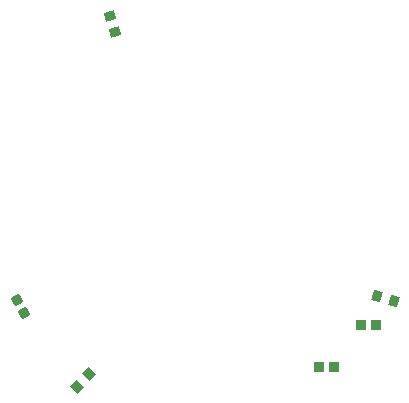
<source format=gtp>
G04*
G04 #@! TF.GenerationSoftware,Altium Limited,Altium Designer,19.1.5 (86)*
G04*
G04 Layer_Color=8421504*
%FSLAX25Y25*%
%MOIN*%
G70*
G01*
G75*
G04:AMPARAMS|DCode=14|XSize=35mil|YSize=30mil|CornerRadius=0mil|HoleSize=0mil|Usage=FLASHONLY|Rotation=315.000|XOffset=0mil|YOffset=0mil|HoleType=Round|Shape=Rectangle|*
%AMROTATEDRECTD14*
4,1,4,-0.02298,0.00177,-0.00177,0.02298,0.02298,-0.00177,0.00177,-0.02298,-0.02298,0.00177,0.0*
%
%ADD14ROTATEDRECTD14*%

%ADD15R,0.03200X0.03200*%
%ADD16P,0.04526X4X165.0*%
G04:AMPARAMS|DCode=17|XSize=35mil|YSize=30mil|CornerRadius=0mil|HoleSize=0mil|Usage=FLASHONLY|Rotation=255.000|XOffset=0mil|YOffset=0mil|HoleType=Round|Shape=Rectangle|*
%AMROTATEDRECTD17*
4,1,4,-0.00996,0.02079,0.01902,0.01302,0.00996,-0.02079,-0.01902,-0.01302,-0.00996,0.02079,0.0*
%
%ADD17ROTATEDRECTD17*%

G04:AMPARAMS|DCode=18|XSize=35mil|YSize=30mil|CornerRadius=0mil|HoleSize=0mil|Usage=FLASHONLY|Rotation=195.000|XOffset=0mil|YOffset=0mil|HoleType=Round|Shape=Rectangle|*
%AMROTATEDRECTD18*
4,1,4,0.01302,0.01902,0.02079,-0.00996,-0.01302,-0.01902,-0.02079,0.00996,0.01302,0.01902,0.0*
%
%ADD18ROTATEDRECTD18*%

D14*
X-41351Y-58851D02*
D03*
X-37249Y-54749D02*
D03*
D15*
X58400Y-38200D02*
D03*
X53400D02*
D03*
X44400Y-52300D02*
D03*
X39400D02*
D03*
D16*
X-58950Y-34365D02*
D03*
X-61450Y-30035D02*
D03*
D17*
X58699Y-28749D02*
D03*
X64301Y-30251D02*
D03*
D18*
X-30251Y64801D02*
D03*
X-28749Y59199D02*
D03*
M02*

</source>
